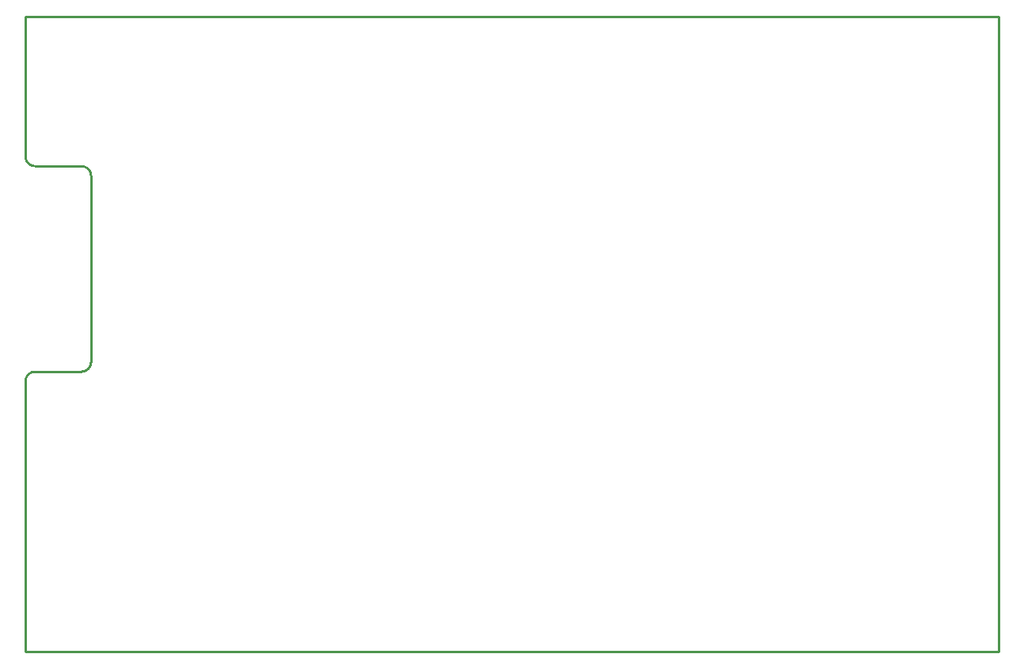
<source format=gbr>
G04 #@! TF.GenerationSoftware,KiCad,Pcbnew,5.1.0-rc2-unknown-036be7d~80~ubuntu16.04.1*
G04 #@! TF.CreationDate,2023-05-31T16:01:49+03:00*
G04 #@! TF.ProjectId,ESP32-SBC-FabGL_Rev_B,45535033-322d-4534-9243-2d466162474c,B*
G04 #@! TF.SameCoordinates,Original*
G04 #@! TF.FileFunction,Profile,NP*
%FSLAX46Y46*%
G04 Gerber Fmt 4.6, Leading zero omitted, Abs format (unit mm)*
G04 Created by KiCad (PCBNEW 5.1.0-rc2-unknown-036be7d~80~ubuntu16.04.1) date 2023-05-31 16:01:49*
%MOMM*%
%LPD*%
G04 APERTURE LIST*
%ADD10C,0.254000*%
G04 APERTURE END LIST*
D10*
X100000000Y-87000000D02*
G75*
G02X101000000Y-86000000I1000000J0D01*
G01*
X101000000Y-64000000D02*
G75*
G02X100000000Y-63000000I0J1000000D01*
G01*
X106000000Y-64000000D02*
G75*
G02X107000000Y-65000000I0J-1000000D01*
G01*
X107000000Y-85000000D02*
G75*
G02X106000000Y-86000000I-1000000J0D01*
G01*
X100000000Y-116000000D02*
X100000000Y-87000000D01*
X100000000Y-63000000D02*
X100000000Y-48000000D01*
X106000000Y-64000000D02*
X101000000Y-64000000D01*
X107000000Y-85000000D02*
X107000000Y-65000000D01*
X101000000Y-86000000D02*
X106000000Y-86000000D01*
X204000000Y-116000000D02*
X100000000Y-116000000D01*
X204000000Y-48000000D02*
X204000000Y-116000000D01*
X100000000Y-48000000D02*
X204000000Y-48000000D01*
M02*

</source>
